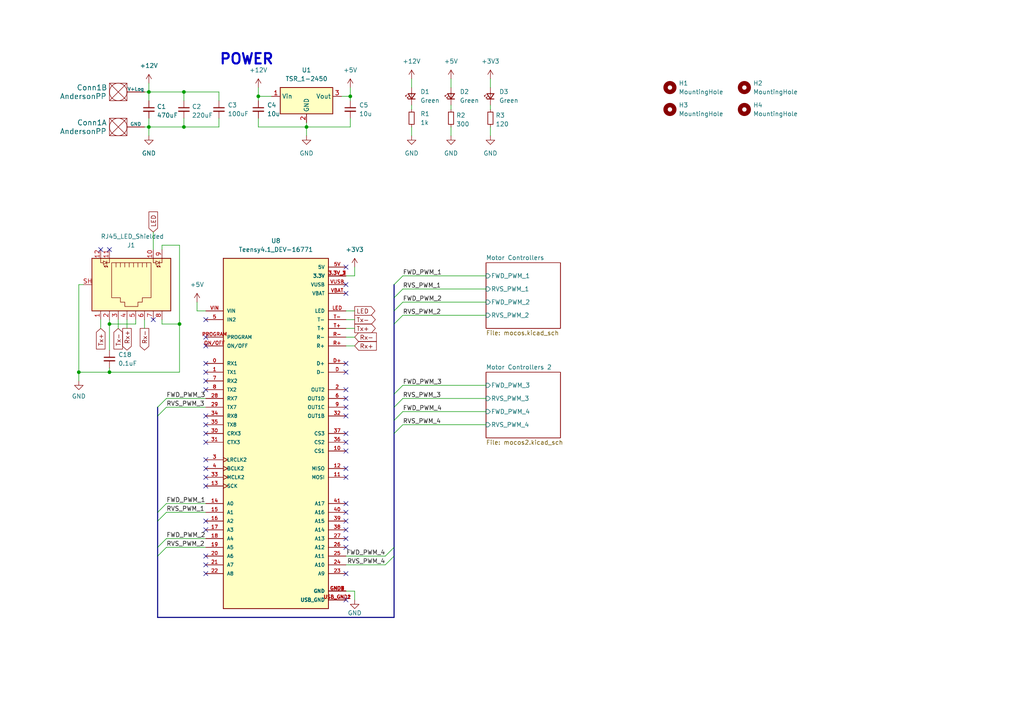
<source format=kicad_sch>
(kicad_sch (version 20230121) (generator eeschema)
  (paper "A4")
  (lib_symbols
    (symbol "+3V3_1" (power) (pin_names (offset 0))
      (property "Value" "+3V3_1" (at 0 3.556 0))
      (symbol "+3V3_1_0_1"
        (polyline (pts (xy -0.762 1.27) (xy 0 2.54)))
        (polyline (pts (xy 0 0) (xy 0 2.54)))
        (polyline (pts (xy 0 2.54) (xy 0.762 1.27)))
      )
      (symbol "+3V3_1_1_1"
        (pin power_in line (at 0 0 90) (length 0) hide (name "+3V3") (number "1"))
      )
    )
    (symbol "+5V_1" (power) (pin_names (offset 0))
      (property "Value" "+5V_1" (at 0 3.556 0))
      (symbol "+5V_1_0_1"
        (polyline (pts (xy -0.762 1.27) (xy 0 2.54)))
        (polyline (pts (xy 0 0) (xy 0 2.54)))
        (polyline (pts (xy 0 2.54) (xy 0.762 1.27)))
      )
      (symbol "+5V_1_1_1"
        (pin power_in line (at 0 0 90) (length 0) hide (name "+5V") (number "1"))
      )
    )
    (symbol "Connector:RJ45_LED_Shielded" (pin_names (offset 1.016))
      (property "Reference" "J" (at -5.08 13.97 0))
      (property "Value" "RJ45_LED_Shielded" (at 1.27 13.97 0))
      (symbol "RJ45_LED_Shielded_0_1"
        (polyline (pts (xy -7.62 -7.62) (xy -6.35 -7.62)))
        (polyline (pts (xy -7.62 -5.08) (xy -6.35 -5.08)))
        (polyline (pts (xy -7.62 7.62) (xy -6.35 7.62)))
        (polyline (pts (xy -7.62 10.16) (xy -6.35 10.16)))
        (polyline (pts (xy -6.858 -5.842) (xy -5.842 -5.842)))
        (polyline (pts (xy -6.858 9.398) (xy -5.842 9.398)))
        (polyline (pts (xy -6.35 -7.62) (xy -6.35 -6.858)))
        (polyline (pts (xy -6.35 -5.08) (xy -6.35 -5.842)))
        (polyline (pts (xy -6.35 7.62) (xy -6.35 8.382)))
        (polyline (pts (xy -6.35 10.16) (xy -6.35 9.398)))
        (polyline (pts (xy -5.08 -6.223) (xy -5.207 -6.604)))
        (polyline (pts (xy -5.08 -5.588) (xy -5.207 -5.969)))
        (polyline (pts (xy -5.08 4.445) (xy -6.35 4.445)))
        (polyline (pts (xy -5.08 5.715) (xy -6.35 5.715)))
        (polyline (pts (xy -5.08 9.017) (xy -5.207 8.636)))
        (polyline (pts (xy -5.08 9.652) (xy -5.207 9.271)))
        (polyline (pts (xy -6.35 -3.175) (xy -5.08 -3.175) (xy -5.08 -3.175)))
        (polyline (pts (xy -6.35 -1.905) (xy -5.08 -1.905) (xy -5.08 -1.905)))
        (polyline (pts (xy -6.35 -0.635) (xy -5.08 -0.635) (xy -5.08 -0.635)))
        (polyline (pts (xy -6.35 0.635) (xy -5.08 0.635) (xy -5.08 0.635)))
        (polyline (pts (xy -6.35 1.905) (xy -5.08 1.905) (xy -5.08 1.905)))
        (polyline (pts (xy -5.588 -6.731) (xy -5.08 -6.223) (xy -5.461 -6.35)))
        (polyline (pts (xy -5.588 -6.096) (xy -5.08 -5.588) (xy -5.461 -5.715)))
        (polyline (pts (xy -5.588 8.509) (xy -5.08 9.017) (xy -5.461 8.89)))
        (polyline (pts (xy -5.588 9.144) (xy -5.08 9.652) (xy -5.461 9.525)))
        (polyline (pts (xy -5.08 3.175) (xy -6.35 3.175) (xy -6.35 3.175)))
        (polyline (pts (xy -6.35 -5.842) (xy -6.858 -6.858) (xy -5.842 -6.858) (xy -6.35 -5.842)))
        (polyline (pts (xy -6.35 9.398) (xy -6.858 8.382) (xy -5.842 8.382) (xy -6.35 9.398)))
        (polyline (pts (xy -6.35 -4.445) (xy -6.35 6.985) (xy 3.81 6.985) (xy 3.81 4.445) (xy 5.08 4.445) (xy 5.08 3.175) (xy 6.35 3.175) (xy 6.35 -0.635) (xy 5.08 -0.635) (xy 5.08 -1.905) (xy 3.81 -1.905) (xy 3.81 -4.445) (xy -6.35 -4.445) (xy -6.35 -4.445)))
        (rectangle (start 7.62 12.7) (end -7.62 -10.16) (stroke (width 0.254)) (fill (type background)))
      )
      (symbol "RJ45_LED_Shielded_1_1"
        (pin passive line (at 10.16 -7.62 180) (length 2.54) (name "~") (number "1"))
        (pin passive line (at -10.16 7.62 0) (length 2.54) (name "~") (number "10"))
        (pin passive line (at -10.16 -5.08 0) (length 2.54) (name "~") (number "11"))
        (pin passive line (at -10.16 -7.62 0) (length 2.54) (name "~") (number "12"))
        (pin passive line (at 10.16 -5.08 180) (length 2.54) (name "~") (number "2"))
        (pin passive line (at 10.16 -2.54 180) (length 2.54) (name "~") (number "3"))
        (pin passive line (at 10.16 0 180) (length 2.54) (name "~") (number "4"))
        (pin passive line (at 10.16 2.54 180) (length 2.54) (name "~") (number "5"))
        (pin passive line (at 10.16 5.08 180) (length 2.54) (name "~") (number "6"))
        (pin passive line (at 10.16 7.62 180) (length 2.54) (name "~") (number "7"))
        (pin passive line (at 10.16 10.16 180) (length 2.54) (name "~") (number "8"))
        (pin passive line (at -10.16 10.16 0) (length 2.54) (name "~") (number "9"))
        (pin passive line (at 0 -12.7 90) (length 2.54) (name "~") (number "SH"))
      )
    )
    (symbol "Device:C_Small" (pin_numbers hide) (pin_names (offset 0.254) hide)
      (property "Reference" "C" (at 0.254 1.778 0))
      (property "Value" "C_Small" (at 0.254 -2.032 0))
      (symbol "C_Small_0_1"
        (polyline (pts (xy -1.524 -0.508) (xy 1.524 -0.508)) (stroke (width 0.3302)))
        (polyline (pts (xy -1.524 0.508) (xy 1.524 0.508)) (stroke (width 0.3048)))
      )
      (symbol "C_Small_1_1"
        (pin passive line (at 0 2.54 270) (length 2.032) (name "~") (number "1"))
        (pin passive line (at 0 -2.54 90) (length 2.032) (name "~") (number "2"))
      )
    )
    (symbol "Device:LED_Small" (pin_numbers hide) (pin_names (offset 0.254) hide)
      (property "Reference" "D" (at -1.27 3.175 0))
      (property "Value" "LED_Small" (at -4.445 -2.54 0))
      (symbol "LED_Small_0_1"
        (polyline (pts (xy -0.762 -1.016) (xy -0.762 1.016)) (stroke (width 0.254)))
        (polyline (pts (xy 1.016 0) (xy -0.762 0)))
        (polyline (pts (xy 0.762 -1.016) (xy -0.762 0) (xy 0.762 1.016) (xy 0.762 -1.016)) (stroke (width 0.254)))
        (polyline (pts (xy 0 0.762) (xy -0.508 1.27) (xy -0.254 1.27) (xy -0.508 1.27) (xy -0.508 1.016)))
        (polyline (pts (xy 0.508 1.27) (xy 0 1.778) (xy 0.254 1.778) (xy 0 1.778) (xy 0 1.524)))
      )
      (symbol "LED_Small_1_1"
        (pin passive line (at -2.54 0 0) (length 1.778) (name "K") (number "1"))
        (pin passive line (at 2.54 0 180) (length 1.778) (name "A") (number "2"))
      )
    )
    (symbol "Device:R_Small" (pin_numbers hide) (pin_names (offset 0.254) hide)
      (property "Reference" "R" (at 0.762 0.508 0))
      (property "Value" "R_Small" (at 0.762 -1.016 0))
      (symbol "R_Small_0_1"
        (rectangle (start -0.762 1.778) (end 0.762 -1.778) (stroke (width 0.2032)))
      )
      (symbol "R_Small_1_1"
        (pin passive line (at 0 2.54 270) (length 0.762) (name "~") (number "1"))
        (pin passive line (at 0 -2.54 90) (length 0.762) (name "~") (number "2"))
      )
    )
    (symbol "GND_1" (power) (pin_names (offset 0))
      (property "Value" "GND_1" (at 0 -3.81 0))
      (symbol "GND_1_0_1"
        (polyline (pts (xy 0 0) (xy 0 -1.27) (xy 1.27 -1.27) (xy 0 -2.54) (xy -1.27 -1.27) (xy 0 -1.27)))
      )
      (symbol "GND_1_1_1"
        (pin power_in line (at 0 0 270) (length 0) hide (name "GND") (number "1"))
      )
    )
    (symbol "MRDT_Connectors:AndersonPP" (pin_numbers hide) (pin_names (offset 0))
      (property "Reference" "Conn" (at 3.81 -1.27 0))
      (property "Value" "AndersonPP" (at 2.54 6.35 0))
      (symbol "AndersonPP_0_1"
        (polyline (pts (xy 0 5.08) (xy 5.08 0)))
        (polyline (pts (xy 5.08 5.08) (xy 0 0)))
        (rectangle (start 0 0) (end 5.08 5.08))
        (circle (center 2.54 2.54) (radius 2.54))
      )
      (symbol "AndersonPP_1_1"
        (pin input line (at 10.16 2.54 180) (length 5.08) (name "GND") (number "1"))
      )
      (symbol "AndersonPP_2_1"
        (pin input line (at 10.16 2.54 180) (length 5.08) (name "V+Log") (number "2"))
      )
      (symbol "AndersonPP_3_1"
        (pin input line (at 10.16 2.54 180) (length 5.08) (name "V+Act") (number "3"))
      )
      (symbol "AndersonPP_4_1"
        (pin input line (at 10.16 2.54 180) (length 5.08) (name "PV+") (number "4"))
      )
      (symbol "AndersonPP_5_1"
        (pin input line (at 10.16 2.54 180) (length 5.08) (name "~") (number "1"))
      )
    )
    (symbol "MRDT_Shields:Teensy4.1_DEV-16771" (pin_names (offset 1.016))
      (property "Reference" "U" (at -15.24 52.07 0))
      (property "Value" "Teensy4.1_DEV-16771" (at -15.24 -53.34 0))
      (symbol "Teensy4.1_DEV-16771_0_0"
        (rectangle (start -15.24 -50.8) (end 15.24 50.8) (stroke (width 0.254)) (fill (type background)))
        (pin bidirectional line (at -20.32 20.32 0) (length 5.08) (name "RX1") (number "0"))
        (pin bidirectional line (at -20.32 17.78 0) (length 5.08) (name "TX1") (number "1"))
        (pin bidirectional line (at 20.32 -5.08 180) (length 5.08) (name "CS1") (number "10"))
        (pin bidirectional line (at 20.32 -12.7 180) (length 5.08) (name "MOSI") (number "11"))
        (pin bidirectional line (at 20.32 -10.16 180) (length 5.08) (name "MISO") (number "12"))
        (pin bidirectional clock (at -20.32 -15.24 0) (length 5.08) (name "SCK") (number "13"))
        (pin bidirectional line (at -20.32 -20.32 0) (length 5.08) (name "A0") (number "14"))
        (pin bidirectional line (at -20.32 -22.86 0) (length 5.08) (name "A1") (number "15"))
        (pin bidirectional line (at -20.32 -25.4 0) (length 5.08) (name "A2") (number "16"))
        (pin bidirectional line (at -20.32 -27.94 0) (length 5.08) (name "A3") (number "17"))
        (pin bidirectional line (at -20.32 -30.48 0) (length 5.08) (name "A4") (number "18"))
        (pin bidirectional line (at -20.32 -33.02 0) (length 5.08) (name "A5") (number "19"))
        (pin output line (at 20.32 12.7 180) (length 5.08) (name "OUT2") (number "2"))
        (pin bidirectional line (at -20.32 -35.56 0) (length 5.08) (name "A6") (number "20"))
        (pin bidirectional line (at -20.32 -38.1 0) (length 5.08) (name "A7") (number "21"))
        (pin bidirectional line (at -20.32 -40.64 0) (length 5.08) (name "A8") (number "22"))
        (pin bidirectional line (at 20.32 -40.64 180) (length 5.08) (name "A9") (number "23"))
        (pin bidirectional line (at 20.32 -38.1 180) (length 5.08) (name "A10") (number "24"))
        (pin bidirectional line (at 20.32 -35.56 180) (length 5.08) (name "A11") (number "25"))
        (pin bidirectional line (at 20.32 -33.02 180) (length 5.08) (name "A12") (number "26"))
        (pin bidirectional line (at 20.32 -30.48 180) (length 5.08) (name "A13") (number "27"))
        (pin bidirectional line (at -20.32 10.16 0) (length 5.08) (name "RX7") (number "28"))
        (pin bidirectional line (at -20.32 7.62 0) (length 5.08) (name "TX7") (number "29"))
        (pin bidirectional clock (at -20.32 -7.62 0) (length 5.08) (name "LRCLK2") (number "3"))
        (pin power_in line (at 20.32 45.72 180) (length 5.08) (name "3.3V") (number "3.3V_1"))
        (pin power_in line (at 20.32 45.72 180) (length 5.08) (name "3.3V") (number "3.3V_2"))
        (pin power_in line (at 20.32 45.72 180) (length 5.08) (name "3.3V") (number "3.3V_3"))
        (pin bidirectional line (at -20.32 0 0) (length 5.08) (name "CRX3") (number "30"))
        (pin bidirectional line (at -20.32 -2.54 0) (length 5.08) (name "CTX3") (number "31"))
        (pin output line (at 20.32 5.08 180) (length 5.08) (name "OUT1B") (number "32"))
        (pin bidirectional clock (at -20.32 -12.7 0) (length 5.08) (name "MCLK2") (number "33"))
        (pin bidirectional line (at -20.32 5.08 0) (length 5.08) (name "RX8") (number "34"))
        (pin bidirectional line (at -20.32 2.54 0) (length 5.08) (name "TX8") (number "35"))
        (pin bidirectional line (at 20.32 -2.54 180) (length 5.08) (name "CS2") (number "36"))
        (pin bidirectional line (at 20.32 0 180) (length 5.08) (name "CS3") (number "37"))
        (pin bidirectional line (at 20.32 -27.94 180) (length 5.08) (name "A14") (number "38"))
        (pin bidirectional line (at 20.32 -25.4 180) (length 5.08) (name "A15") (number "39"))
        (pin bidirectional clock (at -20.32 -10.16 0) (length 5.08) (name "BCLK2") (number "4"))
        (pin bidirectional line (at 20.32 -22.86 180) (length 5.08) (name "A16") (number "40"))
        (pin bidirectional line (at 20.32 -20.32 180) (length 5.08) (name "A17") (number "41"))
        (pin bidirectional line (at -20.32 33.02 0) (length 5.08) (name "IN2") (number "5"))
        (pin power_in line (at 20.32 48.26 180) (length 5.08) (name "5V") (number "5V"))
        (pin output line (at 20.32 10.16 180) (length 5.08) (name "OUT1D") (number "6"))
        (pin bidirectional line (at -20.32 15.24 0) (length 5.08) (name "RX2") (number "7"))
        (pin bidirectional line (at -20.32 12.7 0) (length 5.08) (name "TX2") (number "8"))
        (pin output line (at 20.32 7.62 180) (length 5.08) (name "OUT1C") (number "9"))
        (pin bidirectional line (at 20.32 17.78 180) (length 5.08) (name "D-") (number "D"))
        (pin bidirectional line (at 20.32 20.32 180) (length 5.08) (name "D+") (number "D+"))
        (pin power_in line (at 20.32 -45.72 180) (length 5.08) (name "GND") (number "GND1"))
        (pin power_in line (at 20.32 -45.72 180) (length 5.08) (name "GND") (number "GND2"))
        (pin power_in line (at 20.32 -45.72 180) (length 5.08) (name "GND") (number "GND3"))
        (pin power_in line (at 20.32 -45.72 180) (length 5.08) (name "GND") (number "GND4"))
        (pin power_in line (at 20.32 -45.72 180) (length 5.08) (name "GND") (number "GND5"))
        (pin bidirectional line (at 20.32 35.56 180) (length 5.08) (name "LED") (number "LED"))
        (pin bidirectional line (at -20.32 25.4 0) (length 5.08) (name "ON/OFF") (number "ON/OFF"))
        (pin bidirectional line (at -20.32 27.94 0) (length 5.08) (name "PROGRAM") (number "PROGRAM"))
        (pin bidirectional line (at 20.32 25.4 180) (length 5.08) (name "R+") (number "R+"))
        (pin bidirectional line (at 20.32 27.94 180) (length 5.08) (name "R-") (number "R-"))
        (pin bidirectional line (at 20.32 30.48 180) (length 5.08) (name "T+") (number "T+"))
        (pin bidirectional line (at 20.32 33.02 180) (length 5.08) (name "T-") (number "T-"))
        (pin power_in line (at 20.32 -48.26 180) (length 5.08) (name "USB_GND") (number "USB_GND1"))
        (pin power_in line (at 20.32 -48.26 180) (length 5.08) (name "USB_GND") (number "USB_GND2"))
        (pin passive line (at 20.32 40.64 180) (length 5.08) (name "VBAT") (number "VBAT"))
        (pin input line (at -20.32 35.56 0) (length 5.08) (name "VIN") (number "VIN"))
        (pin passive line (at 20.32 43.18 180) (length 5.08) (name "VUSB") (number "VUSB"))
      )
    )
    (symbol "Mechanical:MountingHole" (pin_names (offset 1.016))
      (property "Reference" "H" (at 0 5.08 0))
      (property "Value" "MountingHole" (at 0 3.175 0))
      (symbol "MountingHole_0_1"
        (circle (center 0 0) (radius 1.27) (stroke (width 1.27)))
      )
    )
    (symbol "Regulator_Switching:TSR_1-2450"
      (property "Reference" "U" (at -7.62 6.35 0))
      (property "Value" "TSR_1-2450" (at -1.27 6.35 0))
      (symbol "TSR_1-2450_0_1"
        (rectangle (start -7.62 5.08) (end 7.62 -2.54) (stroke (width 0.254)) (fill (type background)))
      )
      (symbol "TSR_1-2450_1_1"
        (pin power_in line (at -10.16 2.54 0) (length 2.54) (name "Vin") (number "1"))
        (pin power_in line (at 0 -5.08 90) (length 2.54) (name "GND") (number "2"))
        (pin power_out line (at 10.16 2.54 180) (length 2.54) (name "Vout") (number "3"))
      )
    )
    (symbol "power:+12V" (power) (pin_names (offset 0))
      (property "Value" "+12V" (at 0 3.556 0))
      (symbol "+12V_0_1"
        (polyline (pts (xy -0.762 1.27) (xy 0 2.54)))
        (polyline (pts (xy 0 0) (xy 0 2.54)))
        (polyline (pts (xy 0 2.54) (xy 0.762 1.27)))
      )
      (symbol "+12V_1_1"
        (pin power_in line (at 0 0 90) (length 0) hide (name "+12V") (number "1"))
      )
    )
    (symbol "power:+3V3" (power) (pin_names (offset 0))
      (property "Value" "+3V3" (at 0 3.556 0))
      (symbol "+3V3_0_1"
        (polyline (pts (xy -0.762 1.27) (xy 0 2.54)))
        (polyline (pts (xy 0 0) (xy 0 2.54)))
        (polyline (pts (xy 0 2.54) (xy 0.762 1.27)))
      )
      (symbol "+3V3_1_1"
        (pin power_in line (at 0 0 90) (length 0) hide (name "+3V3") (number "1"))
      )
    )
    (symbol "power:+5V" (power) (pin_names (offset 0))
      (property "Value" "+5V" (at 0 3.556 0))
      (symbol "+5V_0_1"
        (polyline (pts (xy -0.762 1.27) (xy 0 2.54)))
        (polyline (pts (xy 0 0) (xy 0 2.54)))
        (polyline (pts (xy 0 2.54) (xy 0.762 1.27)))
      )
      (symbol "+5V_1_1"
        (pin power_in line (at 0 0 90) (length 0) hide (name "+5V") (number "1"))
      )
    )
    (symbol "power:GND" (power) (pin_names (offset 0))
      (property "Value" "GND" (at 0 -3.81 0))
      (symbol "GND_0_1"
        (polyline (pts (xy 0 0) (xy 0 -1.27) (xy 1.27 -1.27) (xy 0 -2.54) (xy -1.27 -1.27) (xy 0 -1.27)))
      )
      (symbol "GND_1_1"
        (pin power_in line (at 0 0 270) (length 0) hide (name "GND") (number "1"))
      )
    )
  )
  (junction (at 43.18 26.67))
  (junction (at 43.18 36.83))
  (junction (at 101.6 27.94))
  (junction (at 53.34 36.83))
  (junction (at 53.34 26.67))
  (junction (at 88.9 36.83))
  (junction (at 22.86 107.95))
  (junction (at 31.75 107.95))
  (junction (at 52.07 93.98))
  (junction (at 74.93 27.94))
  (junction (at 31.75 93.98))
  (no_connect (at 59.69 120.65))
  (no_connect (at 100.33 85.09))
  (no_connect (at 100.33 156.21))
  (no_connect (at 59.69 138.43))
  (no_connect (at 44.45 92.71))
  (no_connect (at 59.69 161.29))
  (no_connect (at 100.33 125.73))
  (no_connect (at 59.69 113.03))
  (no_connect (at 59.69 133.35))
  (no_connect (at 100.33 115.57))
  (no_connect (at 100.33 128.27))
  (no_connect (at 100.33 130.81))
  (no_connect (at 59.69 92.71))
  (no_connect (at 29.21 72.39))
  (no_connect (at 59.69 100.33))
  (no_connect (at 100.33 77.47))
  (no_connect (at 100.33 107.95))
  (no_connect (at 59.69 125.73))
  (no_connect (at 100.33 105.41))
  (no_connect (at 59.69 107.95))
  (no_connect (at 59.69 105.41))
  (no_connect (at 100.33 113.03))
  (no_connect (at 100.33 153.67))
  (no_connect (at 100.33 173.99))
  (no_connect (at 31.75 72.39))
  (no_connect (at 59.69 140.97))
  (no_connect (at 100.33 158.75))
  (no_connect (at 100.33 135.89))
  (no_connect (at 59.69 153.67))
  (no_connect (at 59.69 97.79))
  (no_connect (at 100.33 118.11))
  (no_connect (at 59.69 123.19))
  (no_connect (at 100.33 151.13))
  (no_connect (at 100.33 82.55))
  (no_connect (at 59.69 166.37))
  (no_connect (at 100.33 138.43))
  (no_connect (at 59.69 128.27))
  (no_connect (at 100.33 148.59))
  (no_connect (at 59.69 135.89))
  (no_connect (at 59.69 163.83))
  (no_connect (at 59.69 151.13))
  (no_connect (at 59.69 110.49))
  (no_connect (at 100.33 166.37))
  (no_connect (at 100.33 146.05))
  (no_connect (at 100.33 120.65))
  (bus_entry (at 45.72 120.65) (size 2.54 -2.54))
  (bus_entry (at 111.76 163.83) (size 2.54 -2.54))
  (bus_entry (at 114.3 82.55) (size 2.54 -2.54))
  (bus_entry (at 111.76 161.29) (size 2.54 -2.54))
  (bus_entry (at 45.72 148.59) (size 2.54 -2.54))
  (bus_entry (at 45.72 118.11) (size 2.54 -2.54))
  (bus_entry (at 45.72 161.29) (size 2.54 -2.54))
  (bus_entry (at 45.72 151.13) (size 2.54 -2.54))
  (bus_entry (at 114.3 86.36) (size 2.54 -2.54))
  (bus_entry (at 114.3 121.92) (size 2.54 -2.54))
  (bus_entry (at 114.3 118.11) (size 2.54 -2.54))
  (bus_entry (at 114.3 125.73) (size 2.54 -2.54))
  (bus_entry (at 114.3 114.3) (size 2.54 -2.54))
  (bus_entry (at 114.3 90.17) (size 2.54 -2.54))
  (bus_entry (at 45.72 158.75) (size 2.54 -2.54))
  (bus_entry (at 114.3 93.98) (size 2.54 -2.54))
  (wire (pts (xy 100.33 161.29) (xy 111.76 161.29)))
  (wire (pts (xy 31.75 92.71) (xy 31.75 93.98)))
  (wire (pts (xy 41.91 95.25) (xy 41.91 92.71)))
  (wire (pts (xy 53.34 29.21) (xy 53.34 26.67)))
  (wire (pts (xy 34.29 95.25) (xy 34.29 92.71)))
  (wire (pts (xy 100.33 92.71) (xy 102.87 92.71)))
  (wire (pts (xy 116.84 87.63) (xy 140.97 87.63)))
  (bus (pts (xy 114.3 125.73) (xy 114.3 158.75)))
  (bus (pts (xy 45.72 158.75) (xy 45.72 161.29)))
  (wire (pts (xy 99.06 27.94) (xy 101.6 27.94)))
  (wire (pts (xy 142.24 36.83) (xy 142.24 39.37)))
  (wire (pts (xy 116.84 111.76) (xy 140.97 111.76)))
  (wire (pts (xy 101.6 29.21) (xy 101.6 27.94)))
  (wire (pts (xy 101.6 34.29) (xy 101.6 36.83)))
  (wire (pts (xy 22.86 107.95) (xy 22.86 110.49)))
  (wire (pts (xy 43.18 24.13) (xy 43.18 26.67)))
  (wire (pts (xy 43.18 34.29) (xy 43.18 36.83)))
  (wire (pts (xy 102.87 80.01) (xy 100.33 80.01)))
  (wire (pts (xy 102.87 173.99) (xy 102.87 171.45)))
  (bus (pts (xy 45.72 118.11) (xy 45.72 120.65)))
  (wire (pts (xy 88.9 36.83) (xy 88.9 35.56)))
  (wire (pts (xy 130.81 30.48) (xy 130.81 31.75)))
  (wire (pts (xy 46.99 71.12) (xy 52.07 71.12)))
  (wire (pts (xy 24.13 82.55) (xy 22.86 82.55)))
  (wire (pts (xy 116.84 80.01) (xy 140.97 80.01)))
  (bus (pts (xy 114.3 121.92) (xy 114.3 125.73)))
  (wire (pts (xy 22.86 107.95) (xy 31.75 107.95)))
  (bus (pts (xy 114.3 82.55) (xy 114.3 86.36)))
  (wire (pts (xy 36.83 92.71) (xy 36.83 95.25)))
  (bus (pts (xy 114.3 114.3) (xy 114.3 118.11)))
  (bus (pts (xy 45.72 148.59) (xy 45.72 151.13)))
  (wire (pts (xy 102.87 171.45) (xy 100.33 171.45)))
  (wire (pts (xy 101.6 25.4) (xy 101.6 27.94)))
  (wire (pts (xy 116.84 91.44) (xy 140.97 91.44)))
  (wire (pts (xy 142.24 30.48) (xy 142.24 31.75)))
  (wire (pts (xy 116.84 83.82) (xy 140.97 83.82)))
  (wire (pts (xy 63.5 34.29) (xy 63.5 36.83)))
  (wire (pts (xy 46.99 93.98) (xy 52.07 93.98)))
  (bus (pts (xy 114.3 158.75) (xy 114.3 161.29)))
  (wire (pts (xy 130.81 22.86) (xy 130.81 25.4)))
  (wire (pts (xy 48.26 158.75) (xy 59.69 158.75)))
  (wire (pts (xy 57.15 87.63) (xy 57.15 90.17)))
  (wire (pts (xy 100.33 95.25) (xy 102.87 95.25)))
  (bus (pts (xy 114.3 179.07) (xy 114.3 161.29)))
  (wire (pts (xy 119.38 36.83) (xy 119.38 39.37)))
  (bus (pts (xy 45.72 120.65) (xy 45.72 148.59)))
  (wire (pts (xy 48.26 115.57) (xy 59.69 115.57)))
  (bus (pts (xy 45.72 179.07) (xy 114.3 179.07)))
  (bus (pts (xy 45.72 151.13) (xy 45.72 158.75)))
  (wire (pts (xy 31.75 93.98) (xy 31.75 101.6)))
  (wire (pts (xy 52.07 107.95) (xy 31.75 107.95)))
  (wire (pts (xy 63.5 36.83) (xy 53.34 36.83)))
  (wire (pts (xy 48.26 156.21) (xy 59.69 156.21)))
  (wire (pts (xy 44.45 67.31) (xy 44.45 72.39)))
  (wire (pts (xy 102.87 77.47) (xy 102.87 80.01)))
  (wire (pts (xy 119.38 22.86) (xy 119.38 25.4)))
  (wire (pts (xy 48.26 148.59) (xy 59.69 148.59)))
  (wire (pts (xy 53.34 36.83) (xy 43.18 36.83)))
  (wire (pts (xy 100.33 163.83) (xy 111.76 163.83)))
  (bus (pts (xy 114.3 90.17) (xy 114.3 93.98)))
  (wire (pts (xy 74.93 34.29) (xy 74.93 36.83)))
  (wire (pts (xy 41.91 26.67) (xy 43.18 26.67)))
  (wire (pts (xy 119.38 30.48) (xy 119.38 31.75)))
  (wire (pts (xy 78.74 27.94) (xy 74.93 27.94)))
  (wire (pts (xy 43.18 26.67) (xy 43.18 29.21)))
  (wire (pts (xy 116.84 123.19) (xy 140.97 123.19)))
  (wire (pts (xy 52.07 93.98) (xy 52.07 107.95)))
  (wire (pts (xy 74.93 36.83) (xy 88.9 36.83)))
  (wire (pts (xy 52.07 71.12) (xy 52.07 93.98)))
  (wire (pts (xy 46.99 72.39) (xy 46.99 71.12)))
  (wire (pts (xy 43.18 36.83) (xy 43.18 39.37)))
  (wire (pts (xy 53.34 34.29) (xy 53.34 36.83)))
  (bus (pts (xy 114.3 93.98) (xy 114.3 114.3)))
  (wire (pts (xy 29.21 92.71) (xy 29.21 95.25)))
  (wire (pts (xy 39.37 93.98) (xy 39.37 92.71)))
  (wire (pts (xy 63.5 29.21) (xy 63.5 26.67)))
  (wire (pts (xy 88.9 36.83) (xy 88.9 39.37)))
  (wire (pts (xy 100.33 90.17) (xy 102.87 90.17)))
  (wire (pts (xy 53.34 26.67) (xy 43.18 26.67)))
  (wire (pts (xy 48.26 146.05) (xy 59.69 146.05)))
  (wire (pts (xy 48.26 118.11) (xy 59.69 118.11)))
  (wire (pts (xy 41.91 36.83) (xy 43.18 36.83)))
  (wire (pts (xy 22.86 82.55) (xy 22.86 107.95)))
  (wire (pts (xy 46.99 93.98) (xy 46.99 92.71)))
  (wire (pts (xy 63.5 26.67) (xy 53.34 26.67)))
  (wire (pts (xy 31.75 93.98) (xy 39.37 93.98)))
  (bus (pts (xy 114.3 118.11) (xy 114.3 121.92)))
  (wire (pts (xy 74.93 27.94) (xy 74.93 29.21)))
  (wire (pts (xy 116.84 115.57) (xy 140.97 115.57)))
  (wire (pts (xy 31.75 106.68) (xy 31.75 107.95)))
  (wire (pts (xy 74.93 25.4) (xy 74.93 27.94)))
  (wire (pts (xy 130.81 36.83) (xy 130.81 39.37)))
  (wire (pts (xy 100.33 100.33) (xy 102.87 100.33)))
  (wire (pts (xy 57.15 90.17) (xy 59.69 90.17)))
  (bus (pts (xy 114.3 86.36) (xy 114.3 90.17)))
  (bus (pts (xy 45.72 161.29) (xy 45.72 179.07)))
  (wire (pts (xy 100.33 97.79) (xy 102.87 97.79)))
  (wire (pts (xy 116.84 119.38) (xy 140.97 119.38)))
  (wire (pts (xy 88.9 36.83) (xy 101.6 36.83)))
  (wire (pts (xy 142.24 22.86) (xy 142.24 25.4)))
  (text "POWER" (at 63.5 19.05 0) (effects (font (size 3 3) bold) (justify left bottom)))
  (label "FWD_PWM_4" (at 116.84 119.38 0))
  (label "FWD_PWM_2" (at 48.26 156.21 0))
  (label "RVS_PWM_1" (at 116.84 83.82 0))
  (label "FWD_PWM_4" (at 111.76 161.29 180))
  (label "RVS_PWM_1" (at 48.26 148.59 0))
  (label "FWD_PWM_3" (at 116.84 111.76 0))
  (label "FWD_PWM_1" (at 48.26 146.05 0))
  (label "RVS_PWM_3" (at 48.26 118.11 0))
  (label "RVS_PWM_4" (at 111.76 163.83 180))
  (label "FWD_PWM_3" (at 48.26 115.57 0))
  (label "RVS_PWM_4" (at 116.84 123.19 0))
  (label "RVS_PWM_2" (at 116.84 91.44 0))
  (label "RVS_PWM_3" (at 116.84 115.57 0))
  (label "RVS_PWM_2" (at 48.26 158.75 0))
  (label "FWD_PWM_2" (at 116.84 87.63 0))
  (label "FWD_PWM_1" (at 116.84 80.01 0))
  (global_label "Rx-" (shape output) (at 41.91 95.25 270) (property "Intersheetrefs" "${INTERSHEET_REFS}" (effects hide)))
  (global_label "LED" (shape input) (at 44.45 67.31 90) (property "Intersheetrefs" "${INTERSHEET_REFS}" (effects hide)))
  (global_label "LED" (shape output) (at 102.87 90.17 0) (property "Intersheetrefs" "${INTERSHEET_REFS}" (effects hide)))
  (global_label "Tx+" (shape input) (at 29.21 95.25 270) (property "Intersheetrefs" "${INTERSHEET_REFS}" (effects hide)))
  (global_label "Tx+" (shape output) (at 102.87 95.25 0) (property "Intersheetrefs" "${INTERSHEET_REFS}" (effects hide)))
  (global_label "Tx-" (shape output) (at 102.87 92.71 0) (property "Intersheetrefs" "${INTERSHEET_REFS}" (effects hide)))
  (global_label "Tx-" (shape input) (at 34.29 95.25 270) (property "Intersheetrefs" "${INTERSHEET_REFS}" (effects hide)))
  (global_label "Rx-" (shape input) (at 102.87 97.79 0) (property "Intersheetrefs" "${INTERSHEET_REFS}" (effects hide)))
  (global_label "Rx+" (shape output) (at 36.83 95.25 270) (property "Intersheetrefs" "${INTERSHEET_REFS}" (effects hide)))
  (global_label "Rx+" (shape input) (at 102.87 100.33 0) (property "Intersheetrefs" "${INTERSHEET_REFS}" (effects hide)))
  (symbol (lib_id "Device:LED_Small") (at 142.24 27.94 90) (unit 1)
    (property "Reference" "D3" (at 144.78 26.6064 90) (effects (justify right)))
    (property "Value" "Green" (at 144.78 29.1464 90) (effects (justify right)))
    (property "Footprint" "LED_SMD:LED_0603_1608Metric_Pad1.05x0.95mm_HandSolder" (effects hide))
  )
  (symbol (lib_id "Device:R_Small") (at 119.38 34.29 0) (unit 1)
    (property "Reference" "R1" (at 121.92 33.0199 0) (effects (justify left)))
    (property "Value" "1k" (at 121.92 35.5599 0) (effects (justify left)))
    (property "Footprint" "Resistor_SMD:R_0603_1608Metric_Pad0.98x0.95mm_HandSolder" (effects hide))
  )
  (symbol (lib_id "Connector:RJ45_LED_Shielded") (at 36.83 82.55 270) (unit 1)
    (property "Reference" "J1" (at 36.83 71.12 90) (effects (justify left)))
    (property "Value" "RJ45_LED_Shielded" (at 29.21 68.58 90) (effects (justify left)))
    (property "Footprint" "MRDT_Connectors:RJ45_Teensy" (effects hide))
  )
  (symbol (lib_id "power:+12V") (at 43.18 24.13 0) (unit 1)
    (property "Reference" "#PWR01" (effects hide))
    (property "Value" "+12V" (at 43.18 19.05 0))
  )
  (symbol (lib_id "Device:R_Small") (at 130.81 34.29 0) (unit 1)
    (property "Reference" "R2" (at 132.3086 33.4553 0) (effects (justify left)))
    (property "Value" "300" (at 132.3086 35.9922 0) (effects (justify left)))
    (property "Footprint" "Resistor_SMD:R_0603_1608Metric_Pad0.98x0.95mm_HandSolder" (effects hide))
  )
  (symbol (lib_id "power:GND") (at 88.9 39.37 0) (unit 1)
    (property "Reference" "#PWR010" (effects hide))
    (property "Value" "GND" (at 88.9 44.45 0))
  )
  (symbol (lib_id "power:GND") (at 119.38 39.37 0) (unit 1)
    (property "Reference" "#PWR04" (effects hide))
    (property "Value" "GND" (at 119.38 44.45 0))
  )
  (symbol (lib_id "Device:LED_Small") (at 130.81 27.94 90) (unit 1)
    (property "Reference" "D2" (at 133.35 26.6064 90) (effects (justify right)))
    (property "Value" "Green" (at 133.35 29.1464 90) (effects (justify right)))
    (property "Footprint" "LED_SMD:LED_0603_1608Metric_Pad1.05x0.95mm_HandSolder" (effects hide))
  )
  (symbol (lib_id "power:+12V") (at 74.93 25.4 0) (unit 1)
    (property "Reference" "#PWR09" (effects hide))
    (property "Value" "+12V" (at 74.93 20.32 0))
  )
  (symbol (lib_id "Device:LED_Small") (at 119.38 27.94 90) (unit 1)
    (property "Reference" "D1" (at 121.92 26.6064 90) (effects (justify right)))
    (property "Value" "Green" (at 121.92 29.1464 90) (effects (justify right)))
    (property "Footprint" "LED_SMD:LED_0603_1608Metric_Pad1.05x0.95mm_HandSolder" (effects hide))
  )
  (symbol (lib_id "Device:C_Small") (at 43.18 31.75 0) (unit 1)
    (property "Reference" "C1" (at 45.5041 30.9216 0) (effects (justify left)))
    (property "Value" "470uF" (at 45.5041 33.4585 0) (effects (justify left)))
    (property "Footprint" "Capacitor_THT:CP_Radial_D10.0mm_P2.50mm" (effects hide))
  )
  (symbol (lib_id "power:GND") (at 22.86 110.49 0) (unit 1)
    (property "Reference" "#PWR062" (effects hide))
    (property "Value" "GND" (at 22.86 114.9334 0))
  )
  (symbol (lib_name "GND_1") (lib_id "power:GND") (at 102.87 173.99 0) (unit 1)
    (property "Reference" "#PWR063" (effects hide))
    (property "Value" "GND" (at 102.87 177.8 0))
  )
  (symbol (lib_id "Device:C_Small") (at 63.5 31.75 0) (unit 1)
    (property "Reference" "C3" (at 66.04 30.4862 0) (effects (justify left)))
    (property "Value" "100uF" (at 66.04 33.0262 0) (effects (justify left)))
    (property "Footprint" "Capacitor_THT:CP_Radial_D6.3mm_P2.50mm" (effects hide))
  )
  (symbol (lib_id "Device:C_Small") (at 53.34 31.75 0) (unit 1)
    (property "Reference" "C2" (at 55.6641 30.9216 0) (effects (justify left)))
    (property "Value" "220uF" (at 55.6641 33.4585 0) (effects (justify left)))
    (property "Footprint" "Capacitor_THT:CP_Radial_D6.3mm_P2.50mm" (effects hide))
  )
  (symbol (lib_id "power:+5V") (at 101.6 25.4 0) (unit 1)
    (property "Reference" "#PWR011" (effects hide))
    (property "Value" "+5V" (at 101.6 20.32 0))
  )
  (symbol (lib_name "+3V3_1") (lib_id "power:+3V3") (at 102.87 77.47 0) (unit 1)
    (property "Reference" "#PWR037" (effects hide))
    (property "Value" "+3V3" (at 102.87 72.39 0))
  )
  (symbol (lib_id "Regulator_Switching:TSR_1-2450") (at 88.9 30.48 0) (unit 1)
    (property "Reference" "U1" (at 88.9 20.32 0))
    (property "Value" "TSR_1-2450" (at 88.9 22.86 0))
    (property "Footprint" "Converter_DCDC:Converter_DCDC_TRACO_TSR-1_THT" (effects hide))
    (property "Datasheet" "http://www.tracopower.com/products/tsr1.pdf" (effects hide))
  )
  (symbol (lib_id "power:GND") (at 43.18 39.37 0) (unit 1)
    (property "Reference" "#PWR02" (effects hide))
    (property "Value" "GND" (at 43.18 44.45 0))
  )
  (symbol (lib_id "Device:R_Small") (at 142.24 34.29 0) (unit 1)
    (property "Reference" "R3" (at 143.7386 33.4553 0) (effects (justify left)))
    (property "Value" "120" (at 143.7386 35.9922 0) (effects (justify left)))
    (property "Footprint" "Resistor_SMD:R_0603_1608Metric_Pad0.98x0.95mm_HandSolder" (effects hide))
  )
  (symbol (lib_id "Device:C_Small") (at 31.75 104.14 0) (unit 1)
    (property "Reference" "C18" (at 34.29 102.87 0) (effects (justify left)))
    (property "Value" "0.1uF" (at 34.29 105.41 0) (effects (justify left)))
    (property "Footprint" "Capacitor_SMD:C_0603_1608Metric" (effects hide))
  )
  (symbol (lib_id "power:+12V") (at 119.38 22.86 0) (unit 1)
    (property "Reference" "#PWR03" (effects hide))
    (property "Value" "+12V" (at 119.38 17.78 0))
  )
  (symbol (lib_id "MRDT_Shields:Teensy4.1_DEV-16771") (at 80.01 125.73 0) (unit 1)
    (property "Reference" "U8" (at 80.01 69.85 0))
    (property "Value" "Teensy4.1_DEV-16771" (at 80.01 72.39 0))
    (property "Footprint" "MRDT_Shields:Teensy_4_1_Ethernet" (effects hide))
    (property "STANDARD" "Manufacturer recommendations" (effects hide))
    (property "MAXIMUM_PACKAGE_HEIGHT" "4.07mm" (effects hide))
    (property "MANUFACTURER" "SparkFun Electronics" (effects hide))
    (property "PARTREV" "4.1" (effects hide))
  )
  (symbol (lib_id "Mechanical:MountingHole") (at 215.9 31.75 0) (unit 1)
    (property "Reference" "H4" (at 218.44 30.48 0) (effects (justify left)))
    (property "Value" "MountingHole" (at 218.44 33.02 0) (effects (justify left)))
    (property "Footprint" "MRDT_Drill_Holes:4_40_Hole_Corner" (effects hide))
  )
  (symbol (lib_id "Mechanical:MountingHole") (at 194.31 31.75 0) (unit 1)
    (property "Reference" "H3" (at 196.85 30.48 0) (effects (justify left)))
    (property "Value" "MountingHole" (at 196.85 33.02 0) (effects (justify left)))
    (property "Footprint" "MRDT_Drill_Holes:4_40_Hole_Corner" (effects hide))
  )
  (symbol (lib_name "+5V_1") (lib_id "power:+5V") (at 57.15 87.63 0) (unit 1)
    (property "Reference" "#PWR036" (effects hide))
    (property "Value" "+5V" (at 57.15 82.55 0))
  )
  (symbol (lib_id "MRDT_Connectors:AndersonPP") (at 31.75 39.37 0) (unit 1)
    (property "Reference" "Conn1" (at 26.67 35.56 0) (effects (font (size 1.524 1.524))))
    (property "Value" "AndersonPP" (at 24.13 38.1 0) (effects (font (size 1.524 1.524))))
    (property "Footprint" "MRDT_Connectors:Square_Anderson_2_H_Side_By_Side" (effects hide))
  )
  (symbol (lib_id "power:+3V3") (at 142.24 22.86 0) (unit 1)
    (property "Reference" "#PWR07" (effects hide))
    (property "Value" "+3V3" (at 142.24 17.78 0))
  )
  (symbol (lib_id "Device:C_Small") (at 74.93 31.75 0) (unit 1)
    (property "Reference" "C4" (at 77.47 30.4862 0) (effects (justify left)))
    (property "Value" "10u" (at 77.47 33.0262 0) (effects (justify left)))
    (property "Footprint" "Capacitor_SMD:C_0603_1608Metric" (effects hide))
  )
  (symbol (lib_id "power:GND") (at 130.81 39.37 0) (unit 1)
    (property "Reference" "#PWR06" (effects hide))
    (property "Value" "GND" (at 130.81 44.45 0))
  )
  (symbol (lib_id "Device:C_Small") (at 101.6 31.75 0) (unit 1)
    (property "Reference" "C5" (at 104.14 30.4862 0) (effects (justify left)))
    (property "Value" "10u" (at 104.14 33.0262 0) (effects (justify left)))
    (property "Footprint" "Capacitor_SMD:C_0603_1608Metric" (effects hide))
  )
  (symbol (lib_id "power:GND") (at 142.24 39.37 0) (unit 1)
    (property "Reference" "#PWR08" (effects hide))
    (property "Value" "GND" (at 142.24 44.45 0))
  )
  (symbol (lib_id "MRDT_Connectors:AndersonPP") (at 31.75 29.21 0) (unit 2)
    (property "Reference" "Conn1" (at 26.67 25.4 0) (effects (font (size 1.524 1.524))))
    (property "Value" "AndersonPP" (at 24.13 27.94 0) (effects (font (size 1.524 1.524))))
    (property "Footprint" "MRDT_Connectors:Square_Anderson_2_H_Side_By_Side" (effects hide))
  )
  (symbol (lib_id "Mechanical:MountingHole") (at 215.9 25.4 0) (unit 1)
    (property "Reference" "H2" (at 218.44 24.13 0) (effects (justify left)))
    (property "Value" "MountingHole" (at 218.44 26.67 0) (effects (justify left)))
    (property "Footprint" "MRDT_Drill_Holes:4_40_Hole_Corner" (effects hide))
  )
  (symbol (lib_id "power:+5V") (at 130.81 22.86 0) (unit 1)
    (property "Reference" "#PWR05" (effects hide))
    (property "Value" "+5V" (at 130.81 17.78 0))
  )
  (symbol (lib_id "Mechanical:MountingHole") (at 194.31 25.4 0) (unit 1)
    (property "Reference" "H1" (at 196.85 24.13 0) (effects (justify left)))
    (property "Value" "MountingHole" (at 196.85 26.67 0) (effects (justify left)))
    (property "Footprint" "MRDT_Drill_Holes:4_40_Hole_Corner" (effects hide))
  )
  (sheet (at 140.97 107.95) (size 21.59 19.05) (stroke (width 0.1524))
    (property "Sheetname" "Motor Controllers 2" (at 140.97 107.2384 0) (effects (justify left bottom)))
    (property "Sheetfile" "mocos2.kicad_sch" (at 140.97 127.5846 0) (effects (justify left top)))
    (pin "FWD_PWM_3" input (at 140.97 111.76 180))
    (pin "FWD_PWM_4" input (at 140.97 119.38 180))
    (pin "RVS_PWM_4" input (at 140.97 123.19 180))
    (pin "RVS_PWM_3" input (at 140.97 115.57 180))
  )
  (sheet (at 140.97 76.2) (size 21.59 19.05) (stroke (width 0.1524))
    (property "Sheetname" "Motor Controllers" (at 140.97 75.4884 0) (effects (justify left bottom)))
    (property "Sheetfile" "mocos.kicad_sch" (at 140.97 95.8346 0) (effects (justify left top)))
    (pin "FWD_PWM_1" input (at 140.97 80.01 180))
    (pin "RVS_PWM_1" input (at 140.97 83.82 180))
    (pin "FWD_PWM_2" input (at 140.97 87.63 180))
    (pin "RVS_PWM_2" input (at 140.97 91.44 180))
  )
)
</source>
